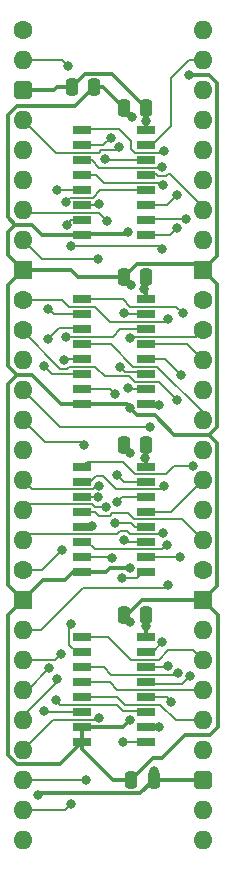
<source format=gtl>
%TF.GenerationSoftware,KiCad,Pcbnew,8.0.7*%
%TF.CreationDate,2025-01-03T15:14:14+02:00*%
%TF.ProjectId,Adder 16bit,41646465-7220-4313-9662-69742e6b6963,V0*%
%TF.SameCoordinates,Original*%
%TF.FileFunction,Copper,L1,Top*%
%TF.FilePolarity,Positive*%
%FSLAX46Y46*%
G04 Gerber Fmt 4.6, Leading zero omitted, Abs format (unit mm)*
G04 Created by KiCad (PCBNEW 8.0.7) date 2025-01-03 15:14:14*
%MOMM*%
%LPD*%
G01*
G04 APERTURE LIST*
G04 Aperture macros list*
%AMRoundRect*
0 Rectangle with rounded corners*
0 $1 Rounding radius*
0 $2 $3 $4 $5 $6 $7 $8 $9 X,Y pos of 4 corners*
0 Add a 4 corners polygon primitive as box body*
4,1,4,$2,$3,$4,$5,$6,$7,$8,$9,$2,$3,0*
0 Add four circle primitives for the rounded corners*
1,1,$1+$1,$2,$3*
1,1,$1+$1,$4,$5*
1,1,$1+$1,$6,$7*
1,1,$1+$1,$8,$9*
0 Add four rect primitives between the rounded corners*
20,1,$1+$1,$2,$3,$4,$5,0*
20,1,$1+$1,$4,$5,$6,$7,0*
20,1,$1+$1,$6,$7,$8,$9,0*
20,1,$1+$1,$8,$9,$2,$3,0*%
G04 Aperture macros list end*
%TA.AperFunction,SMDPad,CuDef*%
%ADD10RoundRect,0.250000X0.250000X0.475000X-0.250000X0.475000X-0.250000X-0.475000X0.250000X-0.475000X0*%
%TD*%
%TA.AperFunction,SMDPad,CuDef*%
%ADD11R,1.550000X0.650000*%
%TD*%
%TA.AperFunction,SMDPad,CuDef*%
%ADD12RoundRect,0.250000X-0.250000X-0.475000X0.250000X-0.475000X0.250000X0.475000X-0.250000X0.475000X0*%
%TD*%
%TA.AperFunction,ComponentPad*%
%ADD13C,1.600000*%
%TD*%
%TA.AperFunction,ComponentPad*%
%ADD14O,1.600000X1.600000*%
%TD*%
%TA.AperFunction,ComponentPad*%
%ADD15RoundRect,0.400000X-0.400000X-0.400000X0.400000X-0.400000X0.400000X0.400000X-0.400000X0.400000X0*%
%TD*%
%TA.AperFunction,ComponentPad*%
%ADD16R,1.600000X1.600000*%
%TD*%
%TA.AperFunction,ViaPad*%
%ADD17C,0.800000*%
%TD*%
%TA.AperFunction,Conductor*%
%ADD18C,0.380000*%
%TD*%
%TA.AperFunction,Conductor*%
%ADD19C,0.200000*%
%TD*%
G04 APERTURE END LIST*
D10*
%TO.P,C8,1*%
%TO.N,5V*%
X11094000Y-63500000D03*
%TO.P,C8,2*%
%TO.N,GND*%
X9194000Y-63500000D03*
%TD*%
%TO.P,C1,1*%
%TO.N,5V*%
X10459000Y-49530000D03*
%TO.P,C1,2*%
%TO.N,GND*%
X8559000Y-49530000D03*
%TD*%
D11*
%TO.P,IC3,1,\u03A32*%
%TO.N,S_{5}*%
X5022000Y-36999300D03*
%TO.P,IC3,2,B2*%
%TO.N,A_{5}*%
X5022000Y-38269300D03*
%TO.P,IC3,3,A2*%
%TO.N,B_{5}*%
X5022000Y-39539300D03*
%TO.P,IC3,4,\u03A31*%
%TO.N,S_{4}*%
X5022000Y-40809300D03*
%TO.P,IC3,5,A1*%
%TO.N,B_{4}*%
X5022000Y-42079300D03*
%TO.P,IC3,6,B1*%
%TO.N,A_{4}*%
X5022000Y-43349300D03*
%TO.P,IC3,7,C0*%
%TO.N,Net-(IC3-C0)*%
X5022000Y-44619300D03*
%TO.P,IC3,8,GND*%
%TO.N,GND*%
X5022000Y-45889300D03*
%TO.P,IC3,9,C4*%
%TO.N,Net-(IC2-C0)*%
X10472000Y-45889300D03*
%TO.P,IC3,10,\u03A34*%
%TO.N,S_{7}*%
X10472000Y-44619300D03*
%TO.P,IC3,11,B4*%
%TO.N,A_{7}*%
X10472000Y-43349300D03*
%TO.P,IC3,12,A4*%
%TO.N,B_{7}*%
X10472000Y-42079300D03*
%TO.P,IC3,13,\u03A33*%
%TO.N,S_{6}*%
X10472000Y-40809300D03*
%TO.P,IC3,14,A3*%
%TO.N,B_{6}*%
X10472000Y-39539300D03*
%TO.P,IC3,15,B3*%
%TO.N,A_{6}*%
X10472000Y-38269300D03*
%TO.P,IC3,16,5V*%
%TO.N,5V*%
X10472000Y-36999300D03*
%TD*%
D12*
%TO.P,C9,1*%
%TO.N,5V*%
X4146000Y-4826000D03*
%TO.P,C9,2*%
%TO.N,GND*%
X6046000Y-4826000D03*
%TD*%
D10*
%TO.P,C3,1*%
%TO.N,5V*%
X10459000Y-20955000D03*
%TO.P,C3,2*%
%TO.N,GND*%
X8559000Y-20955000D03*
%TD*%
%TO.P,C2,1*%
%TO.N,5V*%
X10459000Y-35179000D03*
%TO.P,C2,2*%
%TO.N,GND*%
X8559000Y-35179000D03*
%TD*%
D11*
%TO.P,IC2,1,\u03A32*%
%TO.N,S_{9}*%
X5022000Y-22817700D03*
%TO.P,IC2,2,B2*%
%TO.N,A_{9}*%
X5022000Y-24087700D03*
%TO.P,IC2,3,A2*%
%TO.N,B_{9}*%
X5022000Y-25357700D03*
%TO.P,IC2,4,\u03A31*%
%TO.N,S_{8}*%
X5022000Y-26627700D03*
%TO.P,IC2,5,A1*%
%TO.N,B_{8}*%
X5022000Y-27897700D03*
%TO.P,IC2,6,B1*%
%TO.N,A_{8}*%
X5022000Y-29167700D03*
%TO.P,IC2,7,C0*%
%TO.N,Net-(IC2-C0)*%
X5022000Y-30437700D03*
%TO.P,IC2,8,GND*%
%TO.N,GND*%
X5022000Y-31707700D03*
%TO.P,IC2,9,C4*%
%TO.N,Net-(IC1-C0)*%
X10472000Y-31707700D03*
%TO.P,IC2,10,\u03A34*%
%TO.N,S_{11}*%
X10472000Y-30437700D03*
%TO.P,IC2,11,B4*%
%TO.N,A_{11}*%
X10472000Y-29167700D03*
%TO.P,IC2,12,A4*%
%TO.N,B_{11}*%
X10472000Y-27897700D03*
%TO.P,IC2,13,\u03A33*%
%TO.N,S_{10}*%
X10472000Y-26627700D03*
%TO.P,IC2,14,A3*%
%TO.N,B_{10}*%
X10472000Y-25357700D03*
%TO.P,IC2,15,B3*%
%TO.N,A_{10}*%
X10472000Y-24087700D03*
%TO.P,IC2,16,5V*%
%TO.N,5V*%
X10472000Y-22817700D03*
%TD*%
D10*
%TO.P,C4,1*%
%TO.N,5V*%
X10459000Y-6604000D03*
%TO.P,C4,2*%
%TO.N,GND*%
X8559000Y-6604000D03*
%TD*%
D11*
%TO.P,IC1,1,\u03A32*%
%TO.N,S_{13}*%
X5022000Y-8509000D03*
%TO.P,IC1,2,B2*%
%TO.N,A_{13}*%
X5022000Y-9779000D03*
%TO.P,IC1,3,A2*%
%TO.N,B_{13}*%
X5022000Y-11049000D03*
%TO.P,IC1,4,\u03A31*%
%TO.N,S_{12}*%
X5022000Y-12319000D03*
%TO.P,IC1,5,A1*%
%TO.N,B_{12}*%
X5022000Y-13589000D03*
%TO.P,IC1,6,B1*%
%TO.N,A_{12}*%
X5022000Y-14859000D03*
%TO.P,IC1,7,C0*%
%TO.N,Net-(IC1-C0)*%
X5022000Y-16129000D03*
%TO.P,IC1,8,GND*%
%TO.N,GND*%
X5022000Y-17399000D03*
%TO.P,IC1,9,C4*%
%TO.N,C_{15}*%
X10472000Y-17399000D03*
%TO.P,IC1,10,\u03A34*%
%TO.N,S_{15}*%
X10472000Y-16129000D03*
%TO.P,IC1,11,B4*%
%TO.N,A_{15}*%
X10472000Y-14859000D03*
%TO.P,IC1,12,A4*%
%TO.N,B_{15}*%
X10472000Y-13589000D03*
%TO.P,IC1,13,\u03A33*%
%TO.N,S_{14}*%
X10472000Y-12319000D03*
%TO.P,IC1,14,A3*%
%TO.N,B_{14}*%
X10472000Y-11049000D03*
%TO.P,IC1,15,B3*%
%TO.N,A_{14}*%
X10472000Y-9779000D03*
%TO.P,IC1,16,5V*%
%TO.N,5V*%
X10472000Y-8509000D03*
%TD*%
%TO.P,IC4,1,\u03A32*%
%TO.N,S_{1}*%
X5022000Y-51435000D03*
%TO.P,IC4,2,B2*%
%TO.N,A_{1}*%
X5022000Y-52705000D03*
%TO.P,IC4,3,A2*%
%TO.N,B_{1}*%
X5022000Y-53975000D03*
%TO.P,IC4,4,\u03A31*%
%TO.N,S_{0}*%
X5022000Y-55245000D03*
%TO.P,IC4,5,A1*%
%TO.N,B_{0}*%
X5022000Y-56515000D03*
%TO.P,IC4,6,B1*%
%TO.N,A_{0}*%
X5022000Y-57785000D03*
%TO.P,IC4,7,C0*%
%TO.N,GND*%
X5022000Y-59055000D03*
%TO.P,IC4,8,GND*%
X5022000Y-60325000D03*
%TO.P,IC4,9,C4*%
%TO.N,Net-(IC3-C0)*%
X10472000Y-60325000D03*
%TO.P,IC4,10,\u03A34*%
%TO.N,S_{3}*%
X10472000Y-59055000D03*
%TO.P,IC4,11,B4*%
%TO.N,A_{3}*%
X10472000Y-57785000D03*
%TO.P,IC4,12,A4*%
%TO.N,B_{3}*%
X10472000Y-56515000D03*
%TO.P,IC4,13,\u03A33*%
%TO.N,S_{2}*%
X10472000Y-55245000D03*
%TO.P,IC4,14,A3*%
%TO.N,B_{2}*%
X10472000Y-53975000D03*
%TO.P,IC4,15,B3*%
%TO.N,A_{2}*%
X10472000Y-52705000D03*
%TO.P,IC4,16,5V*%
%TO.N,5V*%
X10472000Y-51435000D03*
%TD*%
D13*
%TO.P,J2,1,Pin_1*%
%TO.N,A_{12}*%
X0Y0D03*
D14*
%TO.P,J2,2,Pin_2*%
%TO.N,A_{11}*%
X0Y-2540000D03*
D15*
%TO.P,J2,3,Pin_3*%
%TO.N,5V*%
X0Y-5080000D03*
D14*
%TO.P,J2,4,Pin_4*%
%TO.N,A_{10}*%
X0Y-7620000D03*
%TO.P,J2,5,Pin_5*%
%TO.N,A_{9}*%
X0Y-10160000D03*
%TO.P,J2,6,Pin_6*%
%TO.N,A_{8}*%
X0Y-12700000D03*
%TO.P,J2,7,Pin_7*%
%TO.N,A_{7}*%
X0Y-15240000D03*
%TO.P,J2,8,Pin_8*%
%TO.N,A_{6}*%
X0Y-17780000D03*
D16*
%TO.P,J2,9,Pin_9*%
%TO.N,GND*%
X0Y-20320000D03*
D13*
%TO.P,J2,10,Pin_10*%
%TO.N,A_{5}*%
X0Y-22860000D03*
%TO.P,J2,11,Pin_11*%
%TO.N,A_{4}*%
X0Y-25400000D03*
D14*
%TO.P,J2,12,Pin_12*%
%TO.N,A_{3}*%
X0Y-27940000D03*
%TO.P,J2,13,Pin_13*%
%TO.N,A_{2}*%
X0Y-30480000D03*
%TO.P,J2,14,Pin_14*%
%TO.N,A_{1}*%
X0Y-33020000D03*
%TO.P,J2,15,Pin_15*%
%TO.N,A_{0}*%
X0Y-35560000D03*
%TO.P,J2,16,Pin_16*%
%TO.N,B_{15}*%
X0Y-38100000D03*
%TO.P,J2,17,Pin_17*%
%TO.N,B_{14}*%
X0Y-40640000D03*
%TO.P,J2,18,Pin_18*%
%TO.N,B_{13}*%
X0Y-43180000D03*
D13*
%TO.P,J2,19,Pin_19*%
%TO.N,B_{12}*%
X0Y-45720000D03*
D16*
%TO.P,J2,20,Pin_20*%
%TO.N,GND*%
X0Y-48260000D03*
D14*
%TO.P,J2,21,Pin_21*%
%TO.N,B_{11}*%
X0Y-50800000D03*
%TO.P,J2,22,Pin_22*%
%TO.N,B_{10}*%
X0Y-53340000D03*
%TO.P,J2,23,Pin_23*%
%TO.N,B_{9}*%
X0Y-55880000D03*
%TO.P,J2,24,Pin_24*%
%TO.N,B_{8}*%
X0Y-58420000D03*
%TO.P,J2,25,Pin_25*%
%TO.N,B_{7}*%
X0Y-60960000D03*
%TO.P,J2,26,Pin_26*%
%TO.N,B_{6}*%
X0Y-63500000D03*
%TO.P,J2,27,Pin_27*%
%TO.N,B_{5}*%
X0Y-66040000D03*
%TO.P,J2,28,Pin_28*%
%TO.N,B_{4}*%
X0Y-68580000D03*
%TO.P,J2,29,Pin_29*%
%TO.N,B_{3}*%
X15240000Y-68580000D03*
%TO.P,J2,30,Pin_30*%
%TO.N,B_{2}*%
X15240000Y-66040000D03*
D15*
%TO.P,J2,31,Pin_31*%
%TO.N,5V*%
X15240000Y-63500000D03*
D14*
%TO.P,J2,32,Pin_32*%
%TO.N,B_{1}*%
X15240000Y-60960000D03*
%TO.P,J2,33,Pin_33*%
%TO.N,B_{0}*%
X15240000Y-58420000D03*
%TO.P,J2,34,Pin_34*%
%TO.N,S_{0}*%
X15240000Y-55880000D03*
%TO.P,J2,35,Pin_35*%
%TO.N,S_{1}*%
X15240000Y-53340000D03*
%TO.P,J2,36,Pin_36*%
%TO.N,S_{2}*%
X15240000Y-50800000D03*
D16*
%TO.P,J2,37,Pin_37*%
%TO.N,GND*%
X15240000Y-48260000D03*
D13*
%TO.P,J2,38,Pin_38*%
%TO.N,S_{3}*%
X15240000Y-45720000D03*
D14*
%TO.P,J2,39,Pin_39*%
%TO.N,S_{4}*%
X15240000Y-43180000D03*
%TO.P,J2,40,Pin_40*%
%TO.N,S_{5}*%
X15240000Y-40640000D03*
%TO.P,J2,41,Pin_41*%
%TO.N,S_{6}*%
X15240000Y-38100000D03*
%TO.P,J2,42,Pin_42*%
%TO.N,S_{7}*%
X15240000Y-35560000D03*
%TO.P,J2,43,Pin_43*%
%TO.N,S_{8}*%
X15240000Y-33020000D03*
%TO.P,J2,44,Pin_44*%
%TO.N,S_{9}*%
X15240000Y-30480000D03*
%TO.P,J2,45,Pin_45*%
%TO.N,S_{10}*%
X15240000Y-27940000D03*
D13*
%TO.P,J2,46,Pin_46*%
%TO.N,S_{11}*%
X15240000Y-25400000D03*
%TO.P,J2,47,Pin_47*%
%TO.N,S_{12}*%
X15240000Y-22860000D03*
D16*
%TO.P,J2,48,Pin_48*%
%TO.N,GND*%
X15240000Y-20320000D03*
D14*
%TO.P,J2,49,Pin_49*%
%TO.N,S_{13}*%
X15240000Y-17780000D03*
%TO.P,J2,50,Pin_50*%
%TO.N,S_{14}*%
X15240000Y-15240000D03*
%TO.P,J2,51,Pin_51*%
%TO.N,S_{15}*%
X15240000Y-12700000D03*
%TO.P,J2,52,Pin_52*%
%TO.N,C_{15}*%
X15240000Y-10160000D03*
%TO.P,J2,53,Pin_53*%
%TO.N,unconnected-(J2-Pin_53-Pad53)*%
X15240000Y-7620000D03*
%TO.P,J2,54,Pin_54*%
%TO.N,A_{15}*%
X15240000Y-5080000D03*
%TO.P,J2,55,Pin_55*%
%TO.N,A_{14}*%
X15240000Y-2540000D03*
%TO.P,J2,56,Pin_56*%
%TO.N,A_{13}*%
X15240000Y0D03*
%TD*%
D17*
%TO.N,GND*%
X14097000Y-3827800D03*
X9132000Y-50102992D03*
X9096998Y-45593000D03*
X9066000Y-35813991D03*
X9144000Y-21590000D03*
X8962000Y-17145000D03*
X9096998Y-32004000D03*
X9132000Y-58419990D03*
X9286374Y-7381374D03*
%TO.N,5V*%
X10414000Y-7747000D03*
X10322000Y-36253000D03*
X1270004Y-64769992D03*
X10299000Y-21971000D03*
X10477500Y-50482500D03*
X11159970Y-62721970D03*
%TO.N,Net-(IC1-C0)*%
X11528157Y-31778843D03*
X11811000Y-18541994D03*
X4071343Y-18297713D03*
X3750000Y-16513546D03*
%TO.N,Net-(IC2-C0)*%
X8423030Y-46440970D03*
X7862000Y-30867700D03*
%TO.N,Net-(IC3-C0)*%
X8509000Y-60325000D03*
X7535916Y-44746916D03*
%TO.N,B_{14}*%
X7062862Y-40383010D03*
X6985002Y-10934000D03*
%TO.N,A_{15}*%
X13103680Y-13995564D03*
%TO.N,S_{15}*%
X13843000Y-16014000D03*
%TO.N,B_{12}*%
X2940000Y-13589000D03*
X3309000Y-44069000D03*
%TO.N,A_{12}*%
X6484484Y-14743355D03*
%TO.N,S_{13}*%
X11938000Y-10287000D03*
%TO.N,S_{12}*%
X11852570Y-13125351D03*
%TO.N,B_{13}*%
X11926000Y-42599949D03*
X11791816Y-11625351D03*
%TO.N,B_{15}*%
X6477000Y-38586916D03*
X3646998Y-14605000D03*
%TO.N,A_{13}*%
X7493000Y-9132000D03*
%TO.N,C_{15}*%
X13081000Y-16764000D03*
%TO.N,A_{9}*%
X2190000Y-23622000D03*
%TO.N,B_{8}*%
X2921000Y-54991000D03*
X3481500Y-27950200D03*
%TO.N,A_{8}*%
X1778000Y-28448000D03*
%TO.N,B_{9}*%
X2250000Y-54056965D03*
X2190000Y-26162000D03*
%TO.N,S_{9}*%
X13589000Y-24003000D03*
%TO.N,B_{10}*%
X3671000Y-26025415D03*
X3290000Y-52832000D03*
%TO.N,A_{11}*%
X8255000Y-28575000D03*
X3810000Y-3048000D03*
%TO.N,B_{11}*%
X13420831Y-29251168D03*
X12319000Y-46990000D03*
%TO.N,A_{10}*%
X8128000Y-9906000D03*
X8612000Y-23982700D03*
%TO.N,S_{11}*%
X9080500Y-26098500D03*
X8890000Y-30353000D03*
%TO.N,A_{5}*%
X12000000Y-38608000D03*
X12319000Y-24511000D03*
%TO.N,B_{7}*%
X7809385Y-41743359D03*
X6484000Y-58234377D03*
%TO.N,S_{5}*%
X14463419Y-36935128D03*
%TO.N,B_{5}*%
X6372499Y-39591868D03*
X4064000Y-65532004D03*
%TO.N,A_{6}*%
X6362000Y-19431000D03*
X7978343Y-37662835D03*
%TO.N,B_{4}*%
X5866639Y-41974296D03*
%TO.N,S_{7}*%
X13293831Y-44662831D03*
%TO.N,A_{7}*%
X7112000Y-16183081D03*
X8566435Y-43224300D03*
%TO.N,A_{4}*%
X13081000Y-31369000D03*
X12206090Y-43611905D03*
%TO.N,B_{6}*%
X7978351Y-39979087D03*
X5334000Y-63500002D03*
%TO.N,S_{3}*%
X11569000Y-59055008D03*
%TO.N,A_{2}*%
X11837445Y-51866661D03*
X10795000Y-33655000D03*
%TO.N,A_{3}*%
X2794000Y-56769000D03*
%TO.N,A_{0}*%
X1778000Y-57657998D03*
%TO.N,B_{3}*%
X12573000Y-56896000D03*
%TO.N,A_{1}*%
X5159000Y-35179000D03*
X4074501Y-50302501D03*
%TO.N,S_{2}*%
X14186628Y-54686491D03*
%TO.N,B_{1}*%
X13138043Y-54483000D03*
%TO.N,B_{2}*%
X12285730Y-53900000D03*
%TD*%
D18*
%TO.N,GND*%
X8559000Y-35179000D02*
X9066000Y-35686000D01*
X10091976Y-48260000D02*
X8821976Y-49530000D01*
X3259700Y-31707700D02*
X762000Y-29210000D01*
X15240000Y-20320000D02*
X16430000Y-21510000D01*
X11793043Y-61644000D02*
X13747043Y-59690000D01*
X-1270000Y-15875000D02*
X-635000Y-16510000D01*
X-492915Y-6430000D02*
X-1270000Y-7207085D01*
X-1270000Y-17145000D02*
X-1270000Y-19050000D01*
X15875000Y-59690000D02*
X16510000Y-59055000D01*
X762000Y-29210000D02*
X-508000Y-29210000D01*
X8559000Y-6604000D02*
X9286374Y-7331374D01*
X-1270000Y-61372915D02*
X-1270000Y-49530000D01*
X14760000Y-19840000D02*
X9674000Y-19840000D01*
X16430000Y-19130000D02*
X15240000Y-20320000D01*
X9096998Y-32004000D02*
X8800698Y-31707700D01*
X15240000Y-48260000D02*
X16430000Y-47070000D01*
X5022000Y-45889300D02*
X7069700Y-45889300D01*
X9096998Y-32047998D02*
X9096998Y-32004000D01*
X1700000Y-46560000D02*
X0Y-48260000D01*
X8800698Y-31707700D02*
X5022000Y-31707700D01*
X4296850Y-45889300D02*
X3626150Y-46560000D01*
X5022000Y-17399000D02*
X1651000Y-17399000D01*
X15748000Y-34290000D02*
X12827000Y-34290000D01*
X1651000Y-17399000D02*
X762000Y-16510000D01*
X4572000Y-45889300D02*
X4296850Y-45889300D01*
X16430000Y-33608000D02*
X15748000Y-34290000D01*
X5022000Y-59055000D02*
X8496990Y-59055000D01*
X16430000Y-34972000D02*
X15748000Y-34290000D01*
X8559000Y-49530000D02*
X9131992Y-50102992D01*
X6781000Y-4826000D02*
X8559000Y-6604000D01*
X9194000Y-63500000D02*
X11050000Y-61644000D01*
X-492915Y-62150000D02*
X-1270000Y-61372915D01*
X-1270000Y-7207085D02*
X-1270000Y-15875000D01*
X7366000Y-45593000D02*
X9096998Y-45593000D01*
X11176000Y-32639000D02*
X9688000Y-32639000D01*
X-635000Y-16510000D02*
X-1270000Y-17145000D01*
X4442000Y-6430000D02*
X-492915Y-6430000D01*
X8559000Y-20955000D02*
X9144000Y-21540000D01*
X16430000Y-21510000D02*
X16430000Y-33608000D01*
X8786000Y-17321000D02*
X5100000Y-17321000D01*
X11050000Y-61644000D02*
X11793043Y-61644000D01*
X9144000Y-21540000D02*
X9144000Y-21590000D01*
X-1270000Y-28448000D02*
X-508000Y-29210000D01*
X16510000Y-49530000D02*
X15240000Y-48260000D01*
X8559000Y-20955000D02*
X4699000Y-20955000D01*
X-1270000Y-46990000D02*
X0Y-48260000D01*
X6046000Y-4826000D02*
X6781000Y-4826000D01*
X5022000Y-31707700D02*
X3259700Y-31707700D01*
X9688000Y-32639000D02*
X9096998Y-32047998D01*
X8962000Y-17145000D02*
X8786000Y-17321000D01*
X-1270000Y-49530000D02*
X0Y-48260000D01*
X5022000Y-60902000D02*
X5022000Y-60325000D01*
X5022000Y-59055000D02*
X5022000Y-60325000D01*
X15765800Y-3827800D02*
X16430000Y-4492000D01*
X762000Y-16510000D02*
X-635000Y-16510000D01*
X9286374Y-7331374D02*
X9286374Y-7381374D01*
X13747043Y-59690000D02*
X15875000Y-59690000D01*
X4064000Y-20320000D02*
X0Y-20320000D01*
X12827000Y-34290000D02*
X11176000Y-32639000D01*
X7069700Y-45889300D02*
X7366000Y-45593000D01*
X8496990Y-59055000D02*
X9132000Y-58419990D01*
X16430000Y-4492000D02*
X16430000Y-19130000D01*
X9194000Y-63500000D02*
X7620000Y-63500000D01*
X14097000Y-3827800D02*
X15765800Y-3827800D01*
X9674000Y-19840000D02*
X8559000Y-20955000D01*
X16510000Y-59055000D02*
X16510000Y-49530000D01*
X4699000Y-20955000D02*
X4064000Y-20320000D01*
X9131992Y-50102992D02*
X9132000Y-50102992D01*
X16430000Y-47070000D02*
X16430000Y-34972000D01*
X15240000Y-48260000D02*
X10091976Y-48260000D01*
X0Y-20320000D02*
X-1270000Y-21590000D01*
X7620000Y-63500000D02*
X5022000Y-60902000D01*
X-1270000Y-46990000D02*
X-1270000Y-29972000D01*
X5022000Y-60325000D02*
X3197000Y-62150000D01*
X-1270000Y-19050000D02*
X0Y-20320000D01*
X3197000Y-62150000D02*
X-492915Y-62150000D01*
X-1270000Y-29972000D02*
X-508000Y-29210000D01*
X-1270000Y-21590000D02*
X-1270000Y-28448000D01*
X3626150Y-46560000D02*
X1700000Y-46560000D01*
X9066000Y-35686000D02*
X9066000Y-35813991D01*
X6046000Y-4826000D02*
X4442000Y-6430000D01*
%TO.N,5V*%
X10414000Y-36941300D02*
X10414000Y-36345000D01*
X11094000Y-63291000D02*
X11094000Y-62787940D01*
X10414000Y-49575000D02*
X10414000Y-50419000D01*
X2667000Y-5080000D02*
X2921000Y-4826000D01*
X10414000Y-35224000D02*
X10414000Y-36161000D01*
X4146000Y-4826000D02*
X5261000Y-3711000D01*
X10414000Y-21856000D02*
X10299000Y-21971000D01*
X11094000Y-62787940D02*
X11159970Y-62721970D01*
X10414000Y-7747000D02*
X10414000Y-6649000D01*
X0Y-5080000D02*
X2667000Y-5080000D01*
X10414000Y-22759700D02*
X10414000Y-22086000D01*
X2921000Y-4826000D02*
X4146000Y-4826000D01*
X10414000Y-50546000D02*
X10477500Y-50482500D01*
X1397000Y-64642996D02*
X1270004Y-64769992D01*
X10414000Y-50419000D02*
X10477500Y-50482500D01*
X10414000Y-21000000D02*
X10414000Y-21856000D01*
X7566000Y-3711000D02*
X10459000Y-6604000D01*
X11094000Y-63500000D02*
X9951004Y-64642996D01*
X10414000Y-36161000D02*
X10322000Y-36253000D01*
X9951004Y-64642996D02*
X1397000Y-64642996D01*
X10414000Y-36345000D02*
X10322000Y-36253000D01*
X10414000Y-51377000D02*
X10414000Y-50546000D01*
X11094000Y-63500000D02*
X15240000Y-63500000D01*
X10414000Y-7747000D02*
X10414000Y-8451000D01*
X10414000Y-22086000D02*
X10299000Y-21971000D01*
X5261000Y-3711000D02*
X7566000Y-3711000D01*
D19*
%TO.N,Net-(IC1-C0)*%
X10472000Y-31707700D02*
X11457014Y-31707700D01*
X4071343Y-18297713D02*
X4097632Y-18324002D01*
X4134546Y-16129000D02*
X3750000Y-16513546D01*
X4097632Y-18324002D02*
X11593008Y-18324002D01*
X5022000Y-16129000D02*
X4134546Y-16129000D01*
X11457014Y-31707700D02*
X11528157Y-31778843D01*
X11593008Y-18324002D02*
X11811000Y-18541994D01*
%TO.N,Net-(IC2-C0)*%
X5022000Y-30437700D02*
X7432000Y-30437700D01*
X9671479Y-46440970D02*
X8423030Y-46440970D01*
X10223149Y-45889300D02*
X9671479Y-46440970D01*
X7432000Y-30437700D02*
X7862000Y-30867700D01*
%TO.N,Net-(IC3-C0)*%
X7408300Y-44619300D02*
X7535916Y-44746916D01*
X5022000Y-44619300D02*
X7408300Y-44619300D01*
X10472000Y-60325000D02*
X8509000Y-60325000D01*
%TO.N,B_{14}*%
X5916993Y-40164300D02*
X6135703Y-40383010D01*
X6135703Y-40383010D02*
X7062862Y-40383010D01*
X10472000Y-11049000D02*
X7100002Y-11049000D01*
X7100002Y-11049000D02*
X6985002Y-10934000D01*
X475700Y-40164300D02*
X5916993Y-40164300D01*
%TO.N,A_{15}*%
X12240244Y-14859000D02*
X13103680Y-13995564D01*
X10472000Y-14859000D02*
X12240244Y-14859000D01*
%TO.N,S_{15}*%
X10587000Y-16014000D02*
X13843000Y-16014000D01*
%TO.N,B_{12}*%
X2987183Y-13541817D02*
X2940000Y-13589000D01*
X0Y-45720000D02*
X1658000Y-45720000D01*
X4974817Y-13541817D02*
X2987183Y-13541817D01*
X1658000Y-45720000D02*
X3309000Y-44069000D01*
%TO.N,A_{12}*%
X6368839Y-14859000D02*
X6484484Y-14743355D01*
X5022000Y-14859000D02*
X6368839Y-14859000D01*
%TO.N,S_{13}*%
X5149000Y-8382000D02*
X8128000Y-8382000D01*
X11821000Y-10404000D02*
X11938000Y-10287000D01*
X8128000Y-8382000D02*
X9196376Y-9450376D01*
X9518254Y-10404000D02*
X11821000Y-10404000D01*
X9196376Y-9450376D02*
X9196376Y-10082122D01*
X9196376Y-10082122D02*
X9518254Y-10404000D01*
%TO.N,S_{14}*%
X11481155Y-12375351D02*
X12102477Y-12375351D01*
X12273828Y-12204000D02*
X12473799Y-12204000D01*
X10587000Y-12204000D02*
X11309804Y-12204000D01*
X12473799Y-12204000D02*
X15240000Y-14970201D01*
X12102477Y-12375351D02*
X12273828Y-12204000D01*
X11309804Y-12204000D02*
X11481155Y-12375351D01*
%TO.N,A_{14}*%
X12573000Y-8128000D02*
X12573000Y-4075630D01*
X10922000Y-9779000D02*
X12573000Y-8128000D01*
X12573000Y-4075630D02*
X14108630Y-2540000D01*
X14108630Y-2540000D02*
X15240000Y-2540000D01*
%TO.N,S_{12}*%
X11681219Y-12954000D02*
X11852570Y-13125351D01*
X6858000Y-12954000D02*
X11681219Y-12954000D01*
X6223000Y-12319000D02*
X6858000Y-12954000D01*
X5472000Y-12319000D02*
X6223000Y-12319000D01*
%TO.N,B_{13}*%
X11801649Y-42724300D02*
X11926000Y-42599949D01*
X11733167Y-11684000D02*
X11791816Y-11625351D01*
X5022000Y-11049000D02*
X5842000Y-11049000D01*
X5842000Y-11049000D02*
X6477000Y-11684000D01*
X6477000Y-11684000D02*
X11733167Y-11684000D01*
X8255774Y-42474300D02*
X8877096Y-42474300D01*
X8005774Y-42724300D02*
X8255774Y-42474300D01*
X9127096Y-42724300D02*
X11801649Y-42724300D01*
X455700Y-42724300D02*
X8005774Y-42724300D01*
X8877096Y-42474300D02*
X9127096Y-42724300D01*
%TO.N,B_{15}*%
X0Y-38100000D02*
X814300Y-38914300D01*
X814300Y-38914300D02*
X5934166Y-38914300D01*
X3646998Y-14605000D02*
X4027998Y-14224000D01*
X5943178Y-14224000D02*
X6578178Y-13589000D01*
X6261550Y-38586916D02*
X6477000Y-38586916D01*
X6578178Y-13589000D02*
X10472000Y-13589000D01*
X5934166Y-38914300D02*
X6261550Y-38586916D01*
X4027998Y-14224000D02*
X5943178Y-14224000D01*
%TO.N,A_{13}*%
X6846000Y-9779000D02*
X7493000Y-9132000D01*
X5022000Y-9779000D02*
X6846000Y-9779000D01*
%TO.N,C_{15}*%
X12446000Y-17399000D02*
X13081000Y-16764000D01*
X10472000Y-17399000D02*
X12446000Y-17399000D01*
%TO.N,S_{10}*%
X13927700Y-26627700D02*
X15240000Y-27940000D01*
X10472000Y-26627700D02*
X13927700Y-26627700D01*
%TO.N,A_{9}*%
X2655700Y-24087700D02*
X2190000Y-23622000D01*
X5022000Y-24087700D02*
X2655700Y-24087700D01*
%TO.N,B_{8}*%
X0Y-58121339D02*
X2921000Y-55200339D01*
X2921000Y-55200339D02*
X2921000Y-54991000D01*
X3534000Y-27897700D02*
X3481500Y-27950200D01*
X5022000Y-27897700D02*
X3534000Y-27897700D01*
%TO.N,A_{8}*%
X5022000Y-29167700D02*
X2497700Y-29167700D01*
X2497700Y-29167700D02*
X1778000Y-28448000D01*
%TO.N,B_{9}*%
X3079000Y-25273000D02*
X2190000Y-26162000D01*
X4937300Y-25273000D02*
X3079000Y-25273000D01*
X426965Y-55880000D02*
X2250000Y-54056965D01*
%TO.N,S_{9}*%
X5022000Y-22817700D02*
X8507661Y-22817700D01*
X13028700Y-23442700D02*
X13589000Y-24003000D01*
X8507661Y-22817700D02*
X9132661Y-23442700D01*
X9132661Y-23442700D02*
X13028700Y-23442700D01*
%TO.N,B_{10}*%
X2782000Y-53340000D02*
X3290000Y-52832000D01*
X3713715Y-25982700D02*
X3671000Y-26025415D01*
X0Y-53340000D02*
X2782000Y-53340000D01*
X8245000Y-25357700D02*
X7620000Y-25982700D01*
X10472000Y-25357700D02*
X8245000Y-25357700D01*
X7620000Y-25982700D02*
X3713715Y-25982700D01*
%TO.N,A_{11}*%
X10253300Y-28949000D02*
X8629000Y-28949000D01*
X0Y-2540000D02*
X3302000Y-2540000D01*
X8629000Y-28949000D02*
X8255000Y-28575000D01*
X3302000Y-2540000D02*
X3810000Y-3048000D01*
%TO.N,B_{11}*%
X10472000Y-27897700D02*
X12067363Y-27897700D01*
X1524000Y-50800000D02*
X5080000Y-47244000D01*
X0Y-50800000D02*
X1524000Y-50800000D01*
X12065000Y-47244000D02*
X12319000Y-46990000D01*
X5080000Y-47244000D02*
X12065000Y-47244000D01*
X12067363Y-27897700D02*
X13420831Y-29251168D01*
%TO.N,A_{10}*%
X6674341Y-10184000D02*
X7850000Y-10184000D01*
X10472000Y-24087700D02*
X8717000Y-24087700D01*
X8717000Y-24087700D02*
X8612000Y-23982700D01*
X6434341Y-10424000D02*
X6674341Y-10184000D01*
X2804000Y-10424000D02*
X6434341Y-10424000D01*
X7850000Y-10184000D02*
X8128000Y-9906000D01*
X0Y-7620000D02*
X2804000Y-10424000D01*
%TO.N,S_{11}*%
X8974700Y-30437700D02*
X8890000Y-30353000D01*
X9196300Y-25982700D02*
X9080500Y-26098500D01*
X14657300Y-25982700D02*
X9196300Y-25982700D01*
X10472000Y-30437700D02*
X8974700Y-30437700D01*
X15240000Y-25400000D02*
X14657300Y-25982700D01*
%TO.N,S_{8}*%
X7450700Y-26627700D02*
X9365700Y-28542700D01*
X9365700Y-28542700D02*
X11397700Y-28542700D01*
X5022000Y-26627700D02*
X7450700Y-26627700D01*
X11397700Y-28542700D02*
X15240000Y-32385000D01*
%TO.N,A_{5}*%
X12000000Y-38608000D02*
X11713700Y-38894300D01*
X7936090Y-38894300D02*
X6786090Y-37744300D01*
X12097300Y-24732700D02*
X12319000Y-24511000D01*
X5698000Y-38269300D02*
X6223000Y-37744300D01*
X6786090Y-37744300D02*
X6223000Y-37744300D01*
X11713700Y-38894300D02*
X7936090Y-38894300D01*
X6096000Y-23462700D02*
X7366000Y-24732700D01*
X3364300Y-22860000D02*
X3967000Y-23462700D01*
X3967000Y-23462700D02*
X6096000Y-23462700D01*
X0Y-22860000D02*
X3364300Y-22860000D01*
X7366000Y-24732700D02*
X12097300Y-24732700D01*
%TO.N,B_{7}*%
X9497000Y-42079300D02*
X9161059Y-41743359D01*
X9161059Y-41743359D02*
X7809385Y-41743359D01*
X2540000Y-58420000D02*
X6298377Y-58420000D01*
X10472000Y-42079300D02*
X9497000Y-42079300D01*
X0Y-60960000D02*
X2540000Y-58420000D01*
X6298377Y-58420000D02*
X6484000Y-58234377D01*
%TO.N,S_{4}*%
X8902000Y-40906000D02*
X9450300Y-41454300D01*
X5022000Y-40809300D02*
X6138300Y-40809300D01*
X7600533Y-40906000D02*
X8902000Y-40906000D01*
X7373523Y-41133010D02*
X7600533Y-40906000D01*
X6462010Y-41133010D02*
X7373523Y-41133010D01*
X6138300Y-40809300D02*
X6462010Y-41133010D01*
X9450300Y-41454300D02*
X13514300Y-41454300D01*
X13514300Y-41454300D02*
X15240000Y-43180000D01*
%TO.N,S_{5}*%
X9557300Y-37624300D02*
X12159700Y-37624300D01*
X12159700Y-37624300D02*
X12848872Y-36935128D01*
X12848872Y-36935128D02*
X14463419Y-36935128D01*
X8535671Y-36602671D02*
X9557300Y-37624300D01*
X5022000Y-36999300D02*
X5418629Y-36602671D01*
X5418629Y-36602671D02*
X8535671Y-36602671D01*
%TO.N,B_{5}*%
X3556004Y-66040000D02*
X4064000Y-65532004D01*
X5022000Y-39539300D02*
X6319931Y-39539300D01*
X6319931Y-39539300D02*
X6372499Y-39591868D01*
X0Y-66040000D02*
X3556004Y-66040000D01*
%TO.N,S_{6}*%
X12530700Y-40809300D02*
X15240000Y-38100000D01*
X10922000Y-40809300D02*
X12530700Y-40809300D01*
%TO.N,A_{6}*%
X0Y-17780000D02*
X1651000Y-19431000D01*
X1651000Y-19431000D02*
X6362000Y-19431000D01*
X8584808Y-38269300D02*
X7978343Y-37662835D01*
X10472000Y-38269300D02*
X8584808Y-38269300D01*
%TO.N,B_{4}*%
X5022000Y-42079300D02*
X5761635Y-42079300D01*
X5761635Y-42079300D02*
X5866639Y-41974296D01*
%TO.N,S_{7}*%
X13250300Y-44619300D02*
X13293831Y-44662831D01*
X10472000Y-44619300D02*
X13250300Y-44619300D01*
%TO.N,A_{7}*%
X10472000Y-43349300D02*
X8691435Y-43349300D01*
X8691435Y-43349300D02*
X8566435Y-43224300D01*
X264000Y-15504000D02*
X6432919Y-15504000D01*
X6432919Y-15504000D02*
X7112000Y-16183081D01*
%TO.N,A_{4}*%
X3170839Y-28700200D02*
X3792161Y-28700200D01*
X0Y-25529361D02*
X3170839Y-28700200D01*
X11524700Y-29812700D02*
X13081000Y-31369000D01*
X6170700Y-28522700D02*
X6997000Y-29349000D01*
X3792161Y-28700200D02*
X3969661Y-28522700D01*
X11843695Y-43974300D02*
X12206090Y-43611905D01*
X9513000Y-29812700D02*
X11524700Y-29812700D01*
X3969661Y-28522700D02*
X6170700Y-28522700D01*
X9049300Y-29349000D02*
X9513000Y-29812700D01*
X5472000Y-43349300D02*
X6097000Y-43974300D01*
X6997000Y-29349000D02*
X9049300Y-29349000D01*
X6097000Y-43974300D02*
X11843695Y-43974300D01*
%TO.N,B_{6}*%
X0Y-63500000D02*
X5333998Y-63500000D01*
X8418138Y-39539300D02*
X7978351Y-39979087D01*
X10472000Y-39539300D02*
X8418138Y-39539300D01*
X5333998Y-63500000D02*
X5334000Y-63500002D01*
%TO.N,B_{0}*%
X5022000Y-56515000D02*
X8011000Y-56515000D01*
X11674000Y-57140000D02*
X12954000Y-58420000D01*
X8011000Y-56515000D02*
X8636000Y-57140000D01*
X12954000Y-58420000D02*
X15240000Y-58420000D01*
X8636000Y-57140000D02*
X11674000Y-57140000D01*
%TO.N,S_{3}*%
X10472000Y-59055000D02*
X11568992Y-59055000D01*
X11568992Y-59055000D02*
X11569000Y-59055008D01*
%TO.N,A_{2}*%
X0Y-30480000D02*
X3175000Y-33655000D01*
X3175000Y-33655000D02*
X10795000Y-33655000D01*
X11837445Y-51866661D02*
X10999106Y-52705000D01*
%TO.N,S_{1}*%
X14440001Y-52540001D02*
X15240000Y-53340000D01*
X12312338Y-52540001D02*
X14440001Y-52540001D01*
X7239000Y-51435000D02*
X9144000Y-53340000D01*
X11512339Y-53340000D02*
X12312338Y-52540001D01*
X5472000Y-51435000D02*
X7239000Y-51435000D01*
X9144000Y-53340000D02*
X11512339Y-53340000D01*
%TO.N,A_{3}*%
X3185000Y-57160000D02*
X2794000Y-56769000D01*
X8011000Y-57160000D02*
X3185000Y-57160000D01*
X10345000Y-57658000D02*
X8509000Y-57658000D01*
X8509000Y-57658000D02*
X8011000Y-57160000D01*
%TO.N,A_{0}*%
X5022000Y-57785000D02*
X1905002Y-57785000D01*
X1905002Y-57785000D02*
X1778000Y-57657998D01*
%TO.N,S_{0}*%
X7366000Y-55245000D02*
X8001000Y-55880000D01*
X5022000Y-55245000D02*
X7366000Y-55245000D01*
X8001000Y-55880000D02*
X15240000Y-55880000D01*
%TO.N,B_{3}*%
X12192000Y-56515000D02*
X12573000Y-56896000D01*
X10472000Y-56515000D02*
X12192000Y-56515000D01*
%TO.N,A_{1}*%
X4905000Y-34925000D02*
X1905000Y-34925000D01*
X4572000Y-52705000D02*
X3947000Y-52080000D01*
X3947000Y-50430002D02*
X4074501Y-50302501D01*
X1905000Y-34925000D02*
X0Y-33020000D01*
X3947000Y-52080000D02*
X3947000Y-50430002D01*
X5159000Y-35179000D02*
X4905000Y-34925000D01*
%TO.N,S_{2}*%
X13491095Y-55382024D02*
X14186628Y-54686491D01*
X10609024Y-55382024D02*
X13491095Y-55382024D01*
%TO.N,B_{1}*%
X13021043Y-54600000D02*
X13138043Y-54483000D01*
X6858000Y-53975000D02*
X7483000Y-54600000D01*
X5022000Y-53975000D02*
X6858000Y-53975000D01*
X7483000Y-54600000D02*
X13021043Y-54600000D01*
%TO.N,B_{2}*%
X12285730Y-53900000D02*
X12210730Y-53975000D01*
X12210730Y-53975000D02*
X10472000Y-53975000D01*
%TD*%
M02*

</source>
